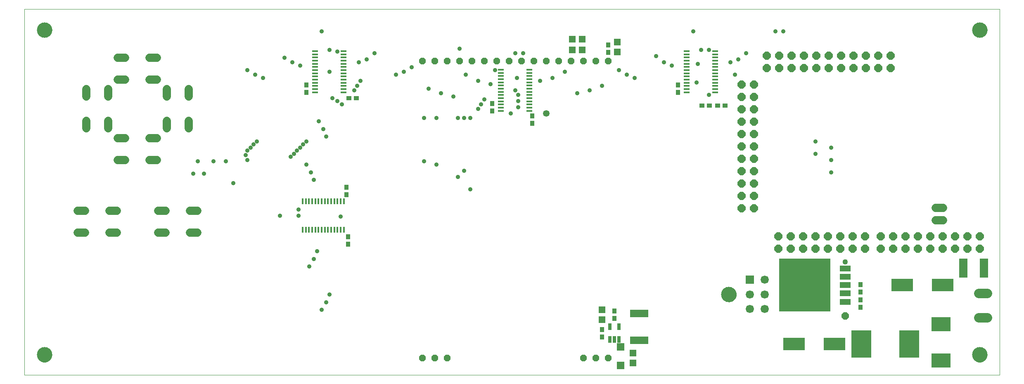
<source format=gbs>
G75*
G70*
%OFA0B0*%
%FSLAX24Y24*%
%IPPOS*%
%LPD*%
%AMOC8*
5,1,8,0,0,1.08239X$1,22.5*
%
%ADD10C,0.0000*%
%ADD11C,0.1241*%
%ADD12OC8,0.0651*%
%ADD13R,0.0277X0.0532*%
%ADD14OC8,0.0532*%
%ADD15R,0.0375X0.0414*%
%ADD16R,0.0572X0.0532*%
%ADD17R,0.0611X0.0611*%
%ADD18R,0.1462X0.0611*%
%ADD19C,0.0765*%
%ADD20R,0.0450X0.0180*%
%ADD21R,0.0414X0.0375*%
%ADD22R,0.0532X0.0572*%
%ADD23R,0.0662X0.0662*%
%ADD24C,0.0662*%
%ADD25R,0.0180X0.0450*%
%ADD26C,0.0660*%
%ADD27R,0.4158X0.4312*%
%ADD28R,0.0910X0.0480*%
%ADD29R,0.1635X0.2186*%
%ADD30R,0.1753X0.1044*%
%ADD31R,0.0651X0.1517*%
%ADD32R,0.1556X0.1162*%
%ADD33C,0.0350*%
%ADD34C,0.0532*%
%ADD35OC8,0.0591*%
%ADD36C,0.0436*%
D10*
X005581Y003913D02*
X005581Y033472D01*
X084321Y033472D01*
X084321Y003913D01*
X005581Y003913D01*
X006615Y005538D02*
X006617Y005586D01*
X006623Y005634D01*
X006633Y005681D01*
X006646Y005727D01*
X006664Y005772D01*
X006684Y005816D01*
X006709Y005858D01*
X006737Y005897D01*
X006767Y005934D01*
X006801Y005968D01*
X006838Y006000D01*
X006876Y006029D01*
X006917Y006054D01*
X006960Y006076D01*
X007005Y006094D01*
X007051Y006108D01*
X007098Y006119D01*
X007146Y006126D01*
X007194Y006129D01*
X007242Y006128D01*
X007290Y006123D01*
X007338Y006114D01*
X007384Y006102D01*
X007429Y006085D01*
X007473Y006065D01*
X007515Y006042D01*
X007555Y006015D01*
X007593Y005985D01*
X007628Y005952D01*
X007660Y005916D01*
X007690Y005878D01*
X007716Y005837D01*
X007738Y005794D01*
X007758Y005750D01*
X007773Y005705D01*
X007785Y005658D01*
X007793Y005610D01*
X007797Y005562D01*
X007797Y005514D01*
X007793Y005466D01*
X007785Y005418D01*
X007773Y005371D01*
X007758Y005326D01*
X007738Y005282D01*
X007716Y005239D01*
X007690Y005198D01*
X007660Y005160D01*
X007628Y005124D01*
X007593Y005091D01*
X007555Y005061D01*
X007515Y005034D01*
X007473Y005011D01*
X007429Y004991D01*
X007384Y004974D01*
X007338Y004962D01*
X007290Y004953D01*
X007242Y004948D01*
X007194Y004947D01*
X007146Y004950D01*
X007098Y004957D01*
X007051Y004968D01*
X007005Y004982D01*
X006960Y005000D01*
X006917Y005022D01*
X006876Y005047D01*
X006838Y005076D01*
X006801Y005108D01*
X006767Y005142D01*
X006737Y005179D01*
X006709Y005218D01*
X006684Y005260D01*
X006664Y005304D01*
X006646Y005349D01*
X006633Y005395D01*
X006623Y005442D01*
X006617Y005490D01*
X006615Y005538D01*
X006615Y031788D02*
X006617Y031836D01*
X006623Y031884D01*
X006633Y031931D01*
X006646Y031977D01*
X006664Y032022D01*
X006684Y032066D01*
X006709Y032108D01*
X006737Y032147D01*
X006767Y032184D01*
X006801Y032218D01*
X006838Y032250D01*
X006876Y032279D01*
X006917Y032304D01*
X006960Y032326D01*
X007005Y032344D01*
X007051Y032358D01*
X007098Y032369D01*
X007146Y032376D01*
X007194Y032379D01*
X007242Y032378D01*
X007290Y032373D01*
X007338Y032364D01*
X007384Y032352D01*
X007429Y032335D01*
X007473Y032315D01*
X007515Y032292D01*
X007555Y032265D01*
X007593Y032235D01*
X007628Y032202D01*
X007660Y032166D01*
X007690Y032128D01*
X007716Y032087D01*
X007738Y032044D01*
X007758Y032000D01*
X007773Y031955D01*
X007785Y031908D01*
X007793Y031860D01*
X007797Y031812D01*
X007797Y031764D01*
X007793Y031716D01*
X007785Y031668D01*
X007773Y031621D01*
X007758Y031576D01*
X007738Y031532D01*
X007716Y031489D01*
X007690Y031448D01*
X007660Y031410D01*
X007628Y031374D01*
X007593Y031341D01*
X007555Y031311D01*
X007515Y031284D01*
X007473Y031261D01*
X007429Y031241D01*
X007384Y031224D01*
X007338Y031212D01*
X007290Y031203D01*
X007242Y031198D01*
X007194Y031197D01*
X007146Y031200D01*
X007098Y031207D01*
X007051Y031218D01*
X007005Y031232D01*
X006960Y031250D01*
X006917Y031272D01*
X006876Y031297D01*
X006838Y031326D01*
X006801Y031358D01*
X006767Y031392D01*
X006737Y031429D01*
X006709Y031468D01*
X006684Y031510D01*
X006664Y031554D01*
X006646Y031599D01*
X006633Y031645D01*
X006623Y031692D01*
X006617Y031740D01*
X006615Y031788D01*
X061865Y010413D02*
X061867Y010461D01*
X061873Y010509D01*
X061883Y010556D01*
X061896Y010602D01*
X061914Y010647D01*
X061934Y010691D01*
X061959Y010733D01*
X061987Y010772D01*
X062017Y010809D01*
X062051Y010843D01*
X062088Y010875D01*
X062126Y010904D01*
X062167Y010929D01*
X062210Y010951D01*
X062255Y010969D01*
X062301Y010983D01*
X062348Y010994D01*
X062396Y011001D01*
X062444Y011004D01*
X062492Y011003D01*
X062540Y010998D01*
X062588Y010989D01*
X062634Y010977D01*
X062679Y010960D01*
X062723Y010940D01*
X062765Y010917D01*
X062805Y010890D01*
X062843Y010860D01*
X062878Y010827D01*
X062910Y010791D01*
X062940Y010753D01*
X062966Y010712D01*
X062988Y010669D01*
X063008Y010625D01*
X063023Y010580D01*
X063035Y010533D01*
X063043Y010485D01*
X063047Y010437D01*
X063047Y010389D01*
X063043Y010341D01*
X063035Y010293D01*
X063023Y010246D01*
X063008Y010201D01*
X062988Y010157D01*
X062966Y010114D01*
X062940Y010073D01*
X062910Y010035D01*
X062878Y009999D01*
X062843Y009966D01*
X062805Y009936D01*
X062765Y009909D01*
X062723Y009886D01*
X062679Y009866D01*
X062634Y009849D01*
X062588Y009837D01*
X062540Y009828D01*
X062492Y009823D01*
X062444Y009822D01*
X062396Y009825D01*
X062348Y009832D01*
X062301Y009843D01*
X062255Y009857D01*
X062210Y009875D01*
X062167Y009897D01*
X062126Y009922D01*
X062088Y009951D01*
X062051Y009983D01*
X062017Y010017D01*
X061987Y010054D01*
X061959Y010093D01*
X061934Y010135D01*
X061914Y010179D01*
X061896Y010224D01*
X061883Y010270D01*
X061873Y010317D01*
X061867Y010365D01*
X061865Y010413D01*
X082115Y005538D02*
X082117Y005586D01*
X082123Y005634D01*
X082133Y005681D01*
X082146Y005727D01*
X082164Y005772D01*
X082184Y005816D01*
X082209Y005858D01*
X082237Y005897D01*
X082267Y005934D01*
X082301Y005968D01*
X082338Y006000D01*
X082376Y006029D01*
X082417Y006054D01*
X082460Y006076D01*
X082505Y006094D01*
X082551Y006108D01*
X082598Y006119D01*
X082646Y006126D01*
X082694Y006129D01*
X082742Y006128D01*
X082790Y006123D01*
X082838Y006114D01*
X082884Y006102D01*
X082929Y006085D01*
X082973Y006065D01*
X083015Y006042D01*
X083055Y006015D01*
X083093Y005985D01*
X083128Y005952D01*
X083160Y005916D01*
X083190Y005878D01*
X083216Y005837D01*
X083238Y005794D01*
X083258Y005750D01*
X083273Y005705D01*
X083285Y005658D01*
X083293Y005610D01*
X083297Y005562D01*
X083297Y005514D01*
X083293Y005466D01*
X083285Y005418D01*
X083273Y005371D01*
X083258Y005326D01*
X083238Y005282D01*
X083216Y005239D01*
X083190Y005198D01*
X083160Y005160D01*
X083128Y005124D01*
X083093Y005091D01*
X083055Y005061D01*
X083015Y005034D01*
X082973Y005011D01*
X082929Y004991D01*
X082884Y004974D01*
X082838Y004962D01*
X082790Y004953D01*
X082742Y004948D01*
X082694Y004947D01*
X082646Y004950D01*
X082598Y004957D01*
X082551Y004968D01*
X082505Y004982D01*
X082460Y005000D01*
X082417Y005022D01*
X082376Y005047D01*
X082338Y005076D01*
X082301Y005108D01*
X082267Y005142D01*
X082237Y005179D01*
X082209Y005218D01*
X082184Y005260D01*
X082164Y005304D01*
X082146Y005349D01*
X082133Y005395D01*
X082123Y005442D01*
X082117Y005490D01*
X082115Y005538D01*
X082115Y031788D02*
X082117Y031836D01*
X082123Y031884D01*
X082133Y031931D01*
X082146Y031977D01*
X082164Y032022D01*
X082184Y032066D01*
X082209Y032108D01*
X082237Y032147D01*
X082267Y032184D01*
X082301Y032218D01*
X082338Y032250D01*
X082376Y032279D01*
X082417Y032304D01*
X082460Y032326D01*
X082505Y032344D01*
X082551Y032358D01*
X082598Y032369D01*
X082646Y032376D01*
X082694Y032379D01*
X082742Y032378D01*
X082790Y032373D01*
X082838Y032364D01*
X082884Y032352D01*
X082929Y032335D01*
X082973Y032315D01*
X083015Y032292D01*
X083055Y032265D01*
X083093Y032235D01*
X083128Y032202D01*
X083160Y032166D01*
X083190Y032128D01*
X083216Y032087D01*
X083238Y032044D01*
X083258Y032000D01*
X083273Y031955D01*
X083285Y031908D01*
X083293Y031860D01*
X083297Y031812D01*
X083297Y031764D01*
X083293Y031716D01*
X083285Y031668D01*
X083273Y031621D01*
X083258Y031576D01*
X083238Y031532D01*
X083216Y031489D01*
X083190Y031448D01*
X083160Y031410D01*
X083128Y031374D01*
X083093Y031341D01*
X083055Y031311D01*
X083015Y031284D01*
X082973Y031261D01*
X082929Y031241D01*
X082884Y031224D01*
X082838Y031212D01*
X082790Y031203D01*
X082742Y031198D01*
X082694Y031197D01*
X082646Y031200D01*
X082598Y031207D01*
X082551Y031218D01*
X082505Y031232D01*
X082460Y031250D01*
X082417Y031272D01*
X082376Y031297D01*
X082338Y031326D01*
X082301Y031358D01*
X082267Y031392D01*
X082237Y031429D01*
X082209Y031468D01*
X082184Y031510D01*
X082164Y031554D01*
X082146Y031599D01*
X082133Y031645D01*
X082123Y031692D01*
X082117Y031740D01*
X082115Y031788D01*
D11*
X082706Y031788D03*
X062456Y010413D03*
X082706Y005538D03*
X007206Y005538D03*
X007206Y031788D03*
D12*
X063466Y027378D03*
X064466Y027378D03*
X064466Y026378D03*
X063466Y026378D03*
X063466Y025378D03*
X064466Y025378D03*
X064466Y024378D03*
X063466Y024378D03*
X063466Y023378D03*
X064466Y023378D03*
X064466Y022378D03*
X063466Y022378D03*
X063466Y021378D03*
X064466Y021378D03*
X064466Y020378D03*
X063466Y020378D03*
X063466Y019378D03*
X064466Y019378D03*
X064466Y018378D03*
X063466Y018378D03*
X063466Y017378D03*
X064466Y017378D03*
X066460Y015101D03*
X067460Y015101D03*
X068460Y015101D03*
X069460Y015101D03*
X070460Y015101D03*
X071460Y015101D03*
X072460Y015101D03*
X073460Y015101D03*
X074716Y015103D03*
X075716Y015103D03*
X076716Y015103D03*
X077716Y015103D03*
X078716Y015103D03*
X079716Y015103D03*
X080716Y015103D03*
X081716Y015103D03*
X082716Y015103D03*
X082716Y014103D03*
X081716Y014103D03*
X080716Y014103D03*
X079716Y014103D03*
X078716Y014103D03*
X077716Y014103D03*
X076716Y014103D03*
X075716Y014103D03*
X074716Y014103D03*
X073460Y014101D03*
X072460Y014101D03*
X071460Y014101D03*
X070460Y014101D03*
X069460Y014101D03*
X068460Y014101D03*
X067460Y014101D03*
X066460Y014101D03*
X066503Y028715D03*
X067503Y028715D03*
X068503Y028715D03*
X069503Y028715D03*
X070503Y028715D03*
X071503Y028715D03*
X072503Y028715D03*
X073503Y028715D03*
X074503Y028715D03*
X075503Y028715D03*
X075503Y029715D03*
X074503Y029715D03*
X073503Y029715D03*
X072503Y029715D03*
X071503Y029715D03*
X070503Y029715D03*
X069503Y029715D03*
X068503Y029715D03*
X067503Y029715D03*
X066503Y029715D03*
X065503Y029715D03*
X065503Y028715D03*
D13*
X053580Y007800D03*
X052832Y007800D03*
X052832Y006776D03*
X053206Y006776D03*
X053580Y006776D03*
D14*
X052706Y005288D03*
X051706Y005288D03*
X050706Y005288D03*
X039706Y005288D03*
X038706Y005288D03*
X037706Y005288D03*
X037706Y029288D03*
X038706Y029288D03*
X039706Y029288D03*
X040706Y029288D03*
X041706Y029288D03*
X042706Y029288D03*
X043706Y029288D03*
X044706Y029288D03*
X045706Y029288D03*
X046706Y029288D03*
X047706Y029288D03*
X048706Y029288D03*
X049706Y029288D03*
X050706Y029288D03*
X051706Y029288D03*
X052706Y029288D03*
D15*
X052706Y029988D03*
X052706Y030588D03*
X058331Y027338D03*
X058331Y026738D03*
X046581Y024838D03*
X046581Y024238D03*
X043331Y025238D03*
X043331Y025838D03*
X031581Y019088D03*
X031581Y018488D03*
X031706Y015088D03*
X031706Y014488D03*
X052206Y007588D03*
X052206Y006988D03*
X053206Y008488D03*
X053206Y009088D03*
X073081Y009363D03*
X073081Y009963D03*
X073081Y010613D03*
X073081Y011213D03*
X028331Y026738D03*
X028331Y027338D03*
D16*
X053456Y030013D03*
X053456Y030813D03*
X052206Y009188D03*
X052206Y008388D03*
X054706Y005688D03*
X054706Y004888D03*
D17*
X053706Y004665D03*
X053706Y006161D03*
D18*
X055206Y006713D03*
X055206Y008863D03*
D19*
X082603Y008554D02*
X083308Y008554D01*
X083308Y010522D02*
X082603Y010522D01*
D20*
X061355Y026750D03*
X061355Y027006D03*
X061355Y027261D03*
X061355Y027517D03*
X061355Y027773D03*
X061355Y028029D03*
X061355Y028285D03*
X061355Y028541D03*
X061355Y028797D03*
X061355Y029053D03*
X061355Y029309D03*
X061355Y029565D03*
X061355Y029820D03*
X061355Y030076D03*
X059057Y030076D03*
X059057Y029820D03*
X059057Y029565D03*
X059057Y029309D03*
X059057Y029053D03*
X059057Y028797D03*
X059057Y028541D03*
X059057Y028285D03*
X059057Y028029D03*
X059057Y027773D03*
X059057Y027517D03*
X059057Y027261D03*
X059057Y027006D03*
X059057Y026750D03*
X046355Y026785D03*
X046355Y026529D03*
X046355Y026273D03*
X046355Y026017D03*
X046355Y025761D03*
X046355Y025506D03*
X046355Y025250D03*
X044057Y025250D03*
X044057Y025506D03*
X044057Y025761D03*
X044057Y026017D03*
X044057Y026273D03*
X044057Y026529D03*
X044057Y026785D03*
X044057Y027041D03*
X044057Y027297D03*
X044057Y027553D03*
X044057Y027809D03*
X044057Y028065D03*
X044057Y028320D03*
X044057Y028576D03*
X046355Y028576D03*
X046355Y028320D03*
X046355Y028065D03*
X046355Y027809D03*
X046355Y027553D03*
X046355Y027297D03*
X046355Y027041D03*
X031355Y027006D03*
X031355Y027261D03*
X031355Y027517D03*
X031355Y027773D03*
X031355Y028029D03*
X031355Y028285D03*
X031355Y028541D03*
X031355Y028797D03*
X031355Y029053D03*
X031355Y029309D03*
X031355Y029565D03*
X031355Y029820D03*
X031355Y030076D03*
X029057Y030076D03*
X029057Y029820D03*
X029057Y029565D03*
X029057Y029309D03*
X029057Y029053D03*
X029057Y028797D03*
X029057Y028541D03*
X029057Y028285D03*
X029057Y028029D03*
X029057Y027773D03*
X029057Y027517D03*
X029057Y027261D03*
X029057Y027006D03*
X029057Y026750D03*
X031355Y026750D03*
D21*
X031781Y026288D03*
X032381Y026288D03*
X060281Y025663D03*
X060881Y025663D03*
X061531Y025663D03*
X062131Y025663D03*
D22*
X050606Y030163D03*
X049806Y030163D03*
X049806Y031038D03*
X050606Y031038D03*
D23*
X064157Y011594D03*
D24*
X065338Y011594D03*
X065338Y010413D03*
X064157Y010413D03*
X064157Y009232D03*
X065338Y009232D03*
D25*
X031369Y015639D03*
X031113Y015639D03*
X030858Y015639D03*
X030602Y015639D03*
X030346Y015639D03*
X030090Y015639D03*
X029834Y015639D03*
X029578Y015639D03*
X029322Y015639D03*
X029066Y015639D03*
X028810Y015639D03*
X028554Y015639D03*
X028298Y015639D03*
X028043Y015639D03*
X028043Y017937D03*
X028298Y017937D03*
X028554Y017937D03*
X028810Y017937D03*
X029066Y017937D03*
X029322Y017937D03*
X029578Y017937D03*
X029834Y017937D03*
X030090Y017937D03*
X030346Y017937D03*
X030602Y017937D03*
X030858Y017937D03*
X031113Y017937D03*
X031369Y017937D03*
D26*
X019536Y017178D02*
X018936Y017178D01*
X016976Y017178D02*
X016376Y017178D01*
X016376Y015398D02*
X016976Y015398D01*
X018936Y015398D02*
X019536Y015398D01*
X013036Y015398D02*
X012436Y015398D01*
X010476Y015398D02*
X009876Y015398D01*
X009876Y017178D02*
X010476Y017178D01*
X012436Y017178D02*
X013036Y017178D01*
X013126Y021273D02*
X013726Y021273D01*
X015686Y021273D02*
X016286Y021273D01*
X016286Y023053D02*
X015686Y023053D01*
X017066Y023833D02*
X017066Y024433D01*
X018846Y024433D02*
X018846Y023833D01*
X013726Y023053D02*
X013126Y023053D01*
X012346Y023833D02*
X012346Y024433D01*
X010566Y024433D02*
X010566Y023833D01*
X010566Y026393D02*
X010566Y026993D01*
X012346Y026993D02*
X012346Y026393D01*
X013126Y027773D02*
X013726Y027773D01*
X015686Y027773D02*
X016286Y027773D01*
X017066Y026993D02*
X017066Y026393D01*
X018846Y026393D02*
X018846Y026993D01*
X016286Y029553D02*
X015686Y029553D01*
X013726Y029553D02*
X013126Y029553D01*
X079156Y017413D02*
X079756Y017413D01*
X079756Y016413D02*
X079156Y016413D01*
D27*
X068581Y011163D03*
D28*
X071861Y011163D03*
X071861Y011833D03*
X071861Y012503D03*
X071861Y010493D03*
X071861Y009823D03*
D29*
X073152Y006413D03*
X077010Y006413D03*
D30*
X070965Y006413D03*
X067697Y006413D03*
X076447Y011163D03*
X079715Y011163D03*
D31*
X081379Y012538D03*
X083033Y012538D03*
D32*
X079581Y007995D03*
X079581Y005081D03*
D33*
X070706Y020288D03*
X070706Y021288D03*
X069456Y021788D03*
X070706Y022288D03*
X069456Y022788D03*
X060831Y026538D03*
X059831Y027538D03*
X059956Y029038D03*
X057831Y028913D03*
X057206Y029163D03*
X056581Y029663D03*
X054831Y027913D03*
X054206Y028163D03*
X053581Y028538D03*
X052206Y027288D03*
X051206Y026913D03*
X050206Y026663D03*
X048206Y027913D03*
X047206Y027663D03*
X045331Y027913D03*
X043581Y028538D03*
X043206Y027413D03*
X042206Y027663D03*
X041206Y028163D03*
X039206Y026663D03*
X040206Y026413D03*
X038206Y027038D03*
X036206Y028413D03*
X035581Y028163D03*
X036831Y028788D03*
X033831Y029913D03*
X033206Y029413D03*
X032581Y029163D03*
X030831Y030038D03*
X030206Y030163D03*
X027831Y028913D03*
X027206Y029163D03*
X026581Y029538D03*
X023581Y028538D03*
X024206Y028163D03*
X024831Y027913D03*
X030206Y028413D03*
X032456Y027288D03*
X032706Y027663D03*
X032206Y026913D03*
X031206Y025788D03*
X030831Y026038D03*
X030456Y026288D03*
X029331Y024413D03*
X029706Y023788D03*
X029956Y023163D03*
X028331Y022788D03*
X028081Y022538D03*
X027831Y022288D03*
X027581Y022038D03*
X027331Y021788D03*
X027081Y021538D03*
X028331Y020913D03*
X028706Y020288D03*
X028956Y019663D03*
X027706Y017288D03*
X027706Y016788D03*
X026206Y016788D03*
X031113Y016695D03*
X029206Y013913D03*
X028956Y013288D03*
X028581Y012663D03*
X030206Y010413D03*
X029956Y009788D03*
X029581Y009163D03*
X041581Y018913D03*
X040581Y019913D03*
X041081Y020413D03*
X038831Y020913D03*
X037831Y021163D03*
X037831Y024663D03*
X038831Y024663D03*
X040581Y024663D03*
X041081Y024663D03*
X041581Y024663D03*
X042206Y025413D03*
X042456Y025788D03*
X042706Y026163D03*
X044831Y025038D03*
X045456Y025538D03*
X045456Y026038D03*
X045456Y026538D03*
X045206Y026913D03*
X049206Y028413D03*
X045831Y029913D03*
X045206Y029913D03*
X040706Y030288D03*
X029581Y031663D03*
X024331Y022788D03*
X024081Y022538D03*
X023831Y022288D03*
X023581Y022038D03*
X023456Y021663D03*
X023581Y021288D03*
X021831Y021163D03*
X020831Y021163D03*
X020081Y020163D03*
X019206Y020163D03*
X019581Y021163D03*
X022456Y019413D03*
X059581Y031663D03*
X060206Y030163D03*
X060831Y030163D03*
X062581Y029163D03*
X063206Y029413D03*
X063831Y029913D03*
X062956Y028163D03*
X066206Y031663D03*
X066831Y031663D03*
D34*
X047706Y025038D03*
D35*
X071831Y008663D03*
D36*
X071831Y013038D03*
M02*

</source>
